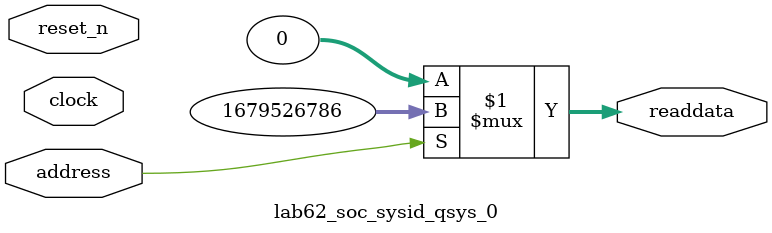
<source format=v>



// synthesis translate_off
`timescale 1ns / 1ps
// synthesis translate_on

// turn off superfluous verilog processor warnings 
// altera message_level Level1 
// altera message_off 10034 10035 10036 10037 10230 10240 10030 

module lab62_soc_sysid_qsys_0 (
               // inputs:
                address,
                clock,
                reset_n,

               // outputs:
                readdata
             )
;

  output  [ 31: 0] readdata;
  input            address;
  input            clock;
  input            reset_n;

  wire    [ 31: 0] readdata;
  //control_slave, which is an e_avalon_slave
  assign readdata = address ? 1679526786 : 0;

endmodule



</source>
